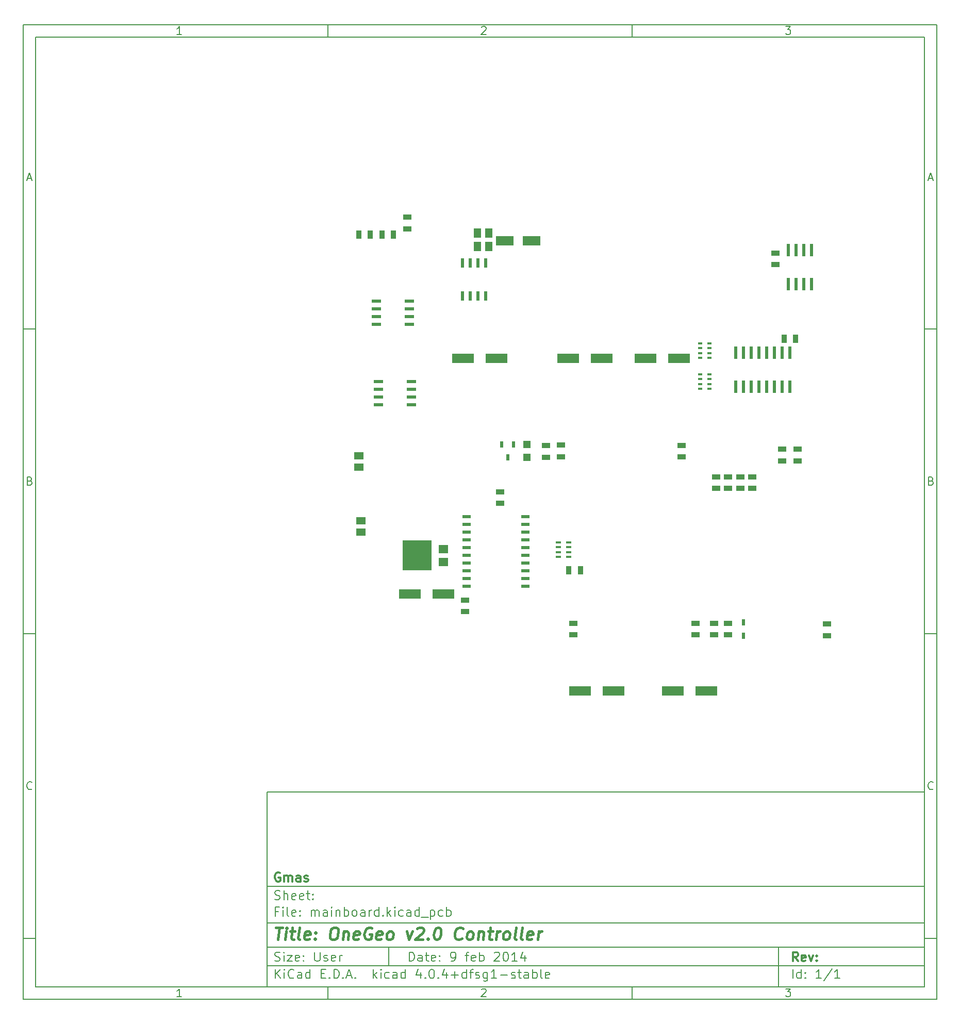
<source format=gbr>
G04 #@! TF.FileFunction,Paste,Top*
%FSLAX45Y45*%
G04 Gerber Fmt 4.5, Leading zero omitted, Abs format (unit mm)*
G04 Created by KiCad (PCBNEW 4.0.4+dfsg1-stable) date Mon Oct  9 15:36:50 2017*
%MOMM*%
%LPD*%
G01*
G04 APERTURE LIST*
%ADD10C,0.150000*%
%ADD11C,0.300000*%
%ADD12C,0.400000*%
%ADD13R,1.397000X0.889000*%
%ADD14R,0.599440X1.998980*%
%ADD15R,3.599180X1.600200*%
%ADD16R,0.889000X1.397000*%
%ADD17R,1.198880X1.198880*%
%ADD18R,1.500000X1.399540*%
%ADD19R,4.800000X4.900000*%
%ADD20R,0.599440X1.000760*%
%ADD21R,0.762000X0.431800*%
%ADD22R,1.430020X0.551180*%
%ADD23R,0.900000X0.400000*%
%ADD24R,0.600000X1.550000*%
%ADD25R,1.300480X1.498600*%
%ADD26R,1.498600X1.300480*%
%ADD27R,1.550000X0.600000*%
%ADD28R,2.999740X1.600200*%
G04 APERTURE END LIST*
D10*
X5000220Y-13600980D02*
X5000220Y-16800980D01*
X15800220Y-16800980D01*
X15800220Y-13600980D01*
X5000220Y-13600980D01*
X1000000Y-1000000D02*
X1000000Y-17000980D01*
X16000220Y-17000980D01*
X16000220Y-1000000D01*
X1000000Y-1000000D01*
X1200000Y-1200000D02*
X1200000Y-16800980D01*
X15800220Y-16800980D01*
X15800220Y-1200000D01*
X1200000Y-1200000D01*
X6000000Y-1200000D02*
X6000000Y-1000000D01*
X11000000Y-1200000D02*
X11000000Y-1000000D01*
X16000000Y-1200000D02*
X16000000Y-1000000D01*
X3599048Y-1158810D02*
X3524762Y-1158810D01*
X3561905Y-1158810D02*
X3561905Y-1028809D01*
X3549524Y-1047381D01*
X3537143Y-1059762D01*
X3524762Y-1065952D01*
X8524762Y-1041190D02*
X8530952Y-1035000D01*
X8543333Y-1028809D01*
X8574286Y-1028809D01*
X8586667Y-1035000D01*
X8592857Y-1041190D01*
X8599048Y-1053571D01*
X8599048Y-1065952D01*
X8592857Y-1084524D01*
X8518571Y-1158810D01*
X8599048Y-1158810D01*
X13518571Y-1028809D02*
X13599048Y-1028809D01*
X13555714Y-1078333D01*
X13574286Y-1078333D01*
X13586667Y-1084524D01*
X13592857Y-1090714D01*
X13599048Y-1103095D01*
X13599048Y-1134048D01*
X13592857Y-1146429D01*
X13586667Y-1152619D01*
X13574286Y-1158810D01*
X13537143Y-1158810D01*
X13524762Y-1152619D01*
X13518571Y-1146429D01*
X6000000Y-16800980D02*
X6000000Y-17000980D01*
X11000000Y-16800980D02*
X11000000Y-17000980D01*
X16000000Y-16800980D02*
X16000000Y-17000980D01*
X3599048Y-16959790D02*
X3524762Y-16959790D01*
X3561905Y-16959790D02*
X3561905Y-16829790D01*
X3549524Y-16848361D01*
X3537143Y-16860742D01*
X3524762Y-16866932D01*
X8524762Y-16842171D02*
X8530952Y-16835980D01*
X8543333Y-16829790D01*
X8574286Y-16829790D01*
X8586667Y-16835980D01*
X8592857Y-16842171D01*
X8599048Y-16854551D01*
X8599048Y-16866932D01*
X8592857Y-16885504D01*
X8518571Y-16959790D01*
X8599048Y-16959790D01*
X13518571Y-16829790D02*
X13599048Y-16829790D01*
X13555714Y-16879313D01*
X13574286Y-16879313D01*
X13586667Y-16885504D01*
X13592857Y-16891694D01*
X13599048Y-16904075D01*
X13599048Y-16935028D01*
X13592857Y-16947409D01*
X13586667Y-16953599D01*
X13574286Y-16959790D01*
X13537143Y-16959790D01*
X13524762Y-16953599D01*
X13518571Y-16947409D01*
X1000000Y-6000000D02*
X1200000Y-6000000D01*
X1000000Y-11000000D02*
X1200000Y-11000000D01*
X1000000Y-16000000D02*
X1200000Y-16000000D01*
X1069048Y-3521667D02*
X1130952Y-3521667D01*
X1056667Y-3558809D02*
X1100000Y-3428809D01*
X1143333Y-3558809D01*
X1109286Y-8490714D02*
X1127857Y-8496905D01*
X1134048Y-8503095D01*
X1140238Y-8515476D01*
X1140238Y-8534048D01*
X1134048Y-8546429D01*
X1127857Y-8552619D01*
X1115476Y-8558810D01*
X1065952Y-8558810D01*
X1065952Y-8428810D01*
X1109286Y-8428810D01*
X1121667Y-8435000D01*
X1127857Y-8441191D01*
X1134048Y-8453571D01*
X1134048Y-8465952D01*
X1127857Y-8478333D01*
X1121667Y-8484524D01*
X1109286Y-8490714D01*
X1065952Y-8490714D01*
X1140238Y-13546429D02*
X1134048Y-13552619D01*
X1115476Y-13558809D01*
X1103095Y-13558809D01*
X1084524Y-13552619D01*
X1072143Y-13540238D01*
X1065952Y-13527857D01*
X1059762Y-13503095D01*
X1059762Y-13484524D01*
X1065952Y-13459762D01*
X1072143Y-13447381D01*
X1084524Y-13435000D01*
X1103095Y-13428809D01*
X1115476Y-13428809D01*
X1134048Y-13435000D01*
X1140238Y-13441190D01*
X16000220Y-6000000D02*
X15800220Y-6000000D01*
X16000220Y-11000000D02*
X15800220Y-11000000D01*
X16000220Y-16000000D02*
X15800220Y-16000000D01*
X15869268Y-3521667D02*
X15931172Y-3521667D01*
X15856887Y-3558809D02*
X15900220Y-3428809D01*
X15943553Y-3558809D01*
X15909506Y-8490714D02*
X15928077Y-8496905D01*
X15934268Y-8503095D01*
X15940458Y-8515476D01*
X15940458Y-8534048D01*
X15934268Y-8546429D01*
X15928077Y-8552619D01*
X15915696Y-8558810D01*
X15866172Y-8558810D01*
X15866172Y-8428810D01*
X15909506Y-8428810D01*
X15921887Y-8435000D01*
X15928077Y-8441191D01*
X15934268Y-8453571D01*
X15934268Y-8465952D01*
X15928077Y-8478333D01*
X15921887Y-8484524D01*
X15909506Y-8490714D01*
X15866172Y-8490714D01*
X15940458Y-13546429D02*
X15934268Y-13552619D01*
X15915696Y-13558809D01*
X15903315Y-13558809D01*
X15884744Y-13552619D01*
X15872363Y-13540238D01*
X15866172Y-13527857D01*
X15859982Y-13503095D01*
X15859982Y-13484524D01*
X15866172Y-13459762D01*
X15872363Y-13447381D01*
X15884744Y-13435000D01*
X15903315Y-13428809D01*
X15915696Y-13428809D01*
X15934268Y-13435000D01*
X15940458Y-13441190D01*
X7335934Y-16378837D02*
X7335934Y-16228837D01*
X7371649Y-16228837D01*
X7393077Y-16235980D01*
X7407363Y-16250266D01*
X7414506Y-16264551D01*
X7421649Y-16293123D01*
X7421649Y-16314551D01*
X7414506Y-16343123D01*
X7407363Y-16357409D01*
X7393077Y-16371694D01*
X7371649Y-16378837D01*
X7335934Y-16378837D01*
X7550220Y-16378837D02*
X7550220Y-16300266D01*
X7543077Y-16285980D01*
X7528791Y-16278837D01*
X7500220Y-16278837D01*
X7485934Y-16285980D01*
X7550220Y-16371694D02*
X7535934Y-16378837D01*
X7500220Y-16378837D01*
X7485934Y-16371694D01*
X7478791Y-16357409D01*
X7478791Y-16343123D01*
X7485934Y-16328837D01*
X7500220Y-16321694D01*
X7535934Y-16321694D01*
X7550220Y-16314551D01*
X7600220Y-16278837D02*
X7657363Y-16278837D01*
X7621649Y-16228837D02*
X7621649Y-16357409D01*
X7628791Y-16371694D01*
X7643077Y-16378837D01*
X7657363Y-16378837D01*
X7764506Y-16371694D02*
X7750220Y-16378837D01*
X7721649Y-16378837D01*
X7707363Y-16371694D01*
X7700220Y-16357409D01*
X7700220Y-16300266D01*
X7707363Y-16285980D01*
X7721649Y-16278837D01*
X7750220Y-16278837D01*
X7764506Y-16285980D01*
X7771649Y-16300266D01*
X7771649Y-16314551D01*
X7700220Y-16328837D01*
X7835934Y-16364551D02*
X7843077Y-16371694D01*
X7835934Y-16378837D01*
X7828791Y-16371694D01*
X7835934Y-16364551D01*
X7835934Y-16378837D01*
X7835934Y-16285980D02*
X7843077Y-16293123D01*
X7835934Y-16300266D01*
X7828791Y-16293123D01*
X7835934Y-16285980D01*
X7835934Y-16300266D01*
X8028791Y-16378837D02*
X8057363Y-16378837D01*
X8071649Y-16371694D01*
X8078791Y-16364551D01*
X8093077Y-16343123D01*
X8100220Y-16314551D01*
X8100220Y-16257409D01*
X8093077Y-16243123D01*
X8085934Y-16235980D01*
X8071649Y-16228837D01*
X8043077Y-16228837D01*
X8028791Y-16235980D01*
X8021649Y-16243123D01*
X8014506Y-16257409D01*
X8014506Y-16293123D01*
X8021649Y-16307409D01*
X8028791Y-16314551D01*
X8043077Y-16321694D01*
X8071649Y-16321694D01*
X8085934Y-16314551D01*
X8093077Y-16307409D01*
X8100220Y-16293123D01*
X8257363Y-16278837D02*
X8314506Y-16278837D01*
X8278791Y-16378837D02*
X8278791Y-16250266D01*
X8285934Y-16235980D01*
X8300220Y-16228837D01*
X8314506Y-16228837D01*
X8421649Y-16371694D02*
X8407363Y-16378837D01*
X8378791Y-16378837D01*
X8364506Y-16371694D01*
X8357363Y-16357409D01*
X8357363Y-16300266D01*
X8364506Y-16285980D01*
X8378791Y-16278837D01*
X8407363Y-16278837D01*
X8421649Y-16285980D01*
X8428791Y-16300266D01*
X8428791Y-16314551D01*
X8357363Y-16328837D01*
X8493077Y-16378837D02*
X8493077Y-16228837D01*
X8493077Y-16285980D02*
X8507363Y-16278837D01*
X8535934Y-16278837D01*
X8550220Y-16285980D01*
X8557363Y-16293123D01*
X8564506Y-16307409D01*
X8564506Y-16350266D01*
X8557363Y-16364551D01*
X8550220Y-16371694D01*
X8535934Y-16378837D01*
X8507363Y-16378837D01*
X8493077Y-16371694D01*
X8735934Y-16243123D02*
X8743077Y-16235980D01*
X8757363Y-16228837D01*
X8793077Y-16228837D01*
X8807363Y-16235980D01*
X8814506Y-16243123D01*
X8821649Y-16257409D01*
X8821649Y-16271694D01*
X8814506Y-16293123D01*
X8728791Y-16378837D01*
X8821649Y-16378837D01*
X8914506Y-16228837D02*
X8928791Y-16228837D01*
X8943077Y-16235980D01*
X8950220Y-16243123D01*
X8957363Y-16257409D01*
X8964506Y-16285980D01*
X8964506Y-16321694D01*
X8957363Y-16350266D01*
X8950220Y-16364551D01*
X8943077Y-16371694D01*
X8928791Y-16378837D01*
X8914506Y-16378837D01*
X8900220Y-16371694D01*
X8893077Y-16364551D01*
X8885934Y-16350266D01*
X8878791Y-16321694D01*
X8878791Y-16285980D01*
X8885934Y-16257409D01*
X8893077Y-16243123D01*
X8900220Y-16235980D01*
X8914506Y-16228837D01*
X9107363Y-16378837D02*
X9021648Y-16378837D01*
X9064506Y-16378837D02*
X9064506Y-16228837D01*
X9050220Y-16250266D01*
X9035934Y-16264551D01*
X9021648Y-16271694D01*
X9235934Y-16278837D02*
X9235934Y-16378837D01*
X9200220Y-16221694D02*
X9164506Y-16328837D01*
X9257363Y-16328837D01*
X5000220Y-16450980D02*
X15800220Y-16450980D01*
X5135934Y-16658837D02*
X5135934Y-16508837D01*
X5221649Y-16658837D02*
X5157363Y-16573123D01*
X5221649Y-16508837D02*
X5135934Y-16594551D01*
X5285934Y-16658837D02*
X5285934Y-16558837D01*
X5285934Y-16508837D02*
X5278791Y-16515980D01*
X5285934Y-16523123D01*
X5293077Y-16515980D01*
X5285934Y-16508837D01*
X5285934Y-16523123D01*
X5443077Y-16644551D02*
X5435934Y-16651694D01*
X5414506Y-16658837D01*
X5400220Y-16658837D01*
X5378792Y-16651694D01*
X5364506Y-16637409D01*
X5357363Y-16623123D01*
X5350220Y-16594551D01*
X5350220Y-16573123D01*
X5357363Y-16544551D01*
X5364506Y-16530266D01*
X5378792Y-16515980D01*
X5400220Y-16508837D01*
X5414506Y-16508837D01*
X5435934Y-16515980D01*
X5443077Y-16523123D01*
X5571649Y-16658837D02*
X5571649Y-16580266D01*
X5564506Y-16565980D01*
X5550220Y-16558837D01*
X5521649Y-16558837D01*
X5507363Y-16565980D01*
X5571649Y-16651694D02*
X5557363Y-16658837D01*
X5521649Y-16658837D01*
X5507363Y-16651694D01*
X5500220Y-16637409D01*
X5500220Y-16623123D01*
X5507363Y-16608837D01*
X5521649Y-16601694D01*
X5557363Y-16601694D01*
X5571649Y-16594551D01*
X5707363Y-16658837D02*
X5707363Y-16508837D01*
X5707363Y-16651694D02*
X5693077Y-16658837D01*
X5664506Y-16658837D01*
X5650220Y-16651694D01*
X5643077Y-16644551D01*
X5635934Y-16630266D01*
X5635934Y-16587409D01*
X5643077Y-16573123D01*
X5650220Y-16565980D01*
X5664506Y-16558837D01*
X5693077Y-16558837D01*
X5707363Y-16565980D01*
X5893077Y-16580266D02*
X5943077Y-16580266D01*
X5964506Y-16658837D02*
X5893077Y-16658837D01*
X5893077Y-16508837D01*
X5964506Y-16508837D01*
X6028791Y-16644551D02*
X6035934Y-16651694D01*
X6028791Y-16658837D01*
X6021649Y-16651694D01*
X6028791Y-16644551D01*
X6028791Y-16658837D01*
X6100220Y-16658837D02*
X6100220Y-16508837D01*
X6135934Y-16508837D01*
X6157363Y-16515980D01*
X6171649Y-16530266D01*
X6178791Y-16544551D01*
X6185934Y-16573123D01*
X6185934Y-16594551D01*
X6178791Y-16623123D01*
X6171649Y-16637409D01*
X6157363Y-16651694D01*
X6135934Y-16658837D01*
X6100220Y-16658837D01*
X6250220Y-16644551D02*
X6257363Y-16651694D01*
X6250220Y-16658837D01*
X6243077Y-16651694D01*
X6250220Y-16644551D01*
X6250220Y-16658837D01*
X6314506Y-16615980D02*
X6385934Y-16615980D01*
X6300220Y-16658837D02*
X6350220Y-16508837D01*
X6400220Y-16658837D01*
X6450220Y-16644551D02*
X6457363Y-16651694D01*
X6450220Y-16658837D01*
X6443077Y-16651694D01*
X6450220Y-16644551D01*
X6450220Y-16658837D01*
X6750220Y-16658837D02*
X6750220Y-16508837D01*
X6764506Y-16601694D02*
X6807363Y-16658837D01*
X6807363Y-16558837D02*
X6750220Y-16615980D01*
X6871649Y-16658837D02*
X6871649Y-16558837D01*
X6871649Y-16508837D02*
X6864506Y-16515980D01*
X6871649Y-16523123D01*
X6878791Y-16515980D01*
X6871649Y-16508837D01*
X6871649Y-16523123D01*
X7007363Y-16651694D02*
X6993077Y-16658837D01*
X6964506Y-16658837D01*
X6950220Y-16651694D01*
X6943077Y-16644551D01*
X6935934Y-16630266D01*
X6935934Y-16587409D01*
X6943077Y-16573123D01*
X6950220Y-16565980D01*
X6964506Y-16558837D01*
X6993077Y-16558837D01*
X7007363Y-16565980D01*
X7135934Y-16658837D02*
X7135934Y-16580266D01*
X7128791Y-16565980D01*
X7114506Y-16558837D01*
X7085934Y-16558837D01*
X7071649Y-16565980D01*
X7135934Y-16651694D02*
X7121649Y-16658837D01*
X7085934Y-16658837D01*
X7071649Y-16651694D01*
X7064506Y-16637409D01*
X7064506Y-16623123D01*
X7071649Y-16608837D01*
X7085934Y-16601694D01*
X7121649Y-16601694D01*
X7135934Y-16594551D01*
X7271649Y-16658837D02*
X7271649Y-16508837D01*
X7271649Y-16651694D02*
X7257363Y-16658837D01*
X7228792Y-16658837D01*
X7214506Y-16651694D01*
X7207363Y-16644551D01*
X7200220Y-16630266D01*
X7200220Y-16587409D01*
X7207363Y-16573123D01*
X7214506Y-16565980D01*
X7228792Y-16558837D01*
X7257363Y-16558837D01*
X7271649Y-16565980D01*
X7521649Y-16558837D02*
X7521649Y-16658837D01*
X7485934Y-16501694D02*
X7450220Y-16608837D01*
X7543077Y-16608837D01*
X7600220Y-16644551D02*
X7607363Y-16651694D01*
X7600220Y-16658837D01*
X7593077Y-16651694D01*
X7600220Y-16644551D01*
X7600220Y-16658837D01*
X7700220Y-16508837D02*
X7714506Y-16508837D01*
X7728791Y-16515980D01*
X7735934Y-16523123D01*
X7743077Y-16537409D01*
X7750220Y-16565980D01*
X7750220Y-16601694D01*
X7743077Y-16630266D01*
X7735934Y-16644551D01*
X7728791Y-16651694D01*
X7714506Y-16658837D01*
X7700220Y-16658837D01*
X7685934Y-16651694D01*
X7678791Y-16644551D01*
X7671649Y-16630266D01*
X7664506Y-16601694D01*
X7664506Y-16565980D01*
X7671649Y-16537409D01*
X7678791Y-16523123D01*
X7685934Y-16515980D01*
X7700220Y-16508837D01*
X7814506Y-16644551D02*
X7821649Y-16651694D01*
X7814506Y-16658837D01*
X7807363Y-16651694D01*
X7814506Y-16644551D01*
X7814506Y-16658837D01*
X7950220Y-16558837D02*
X7950220Y-16658837D01*
X7914506Y-16501694D02*
X7878791Y-16608837D01*
X7971649Y-16608837D01*
X8028791Y-16601694D02*
X8143077Y-16601694D01*
X8085934Y-16658837D02*
X8085934Y-16544551D01*
X8278791Y-16658837D02*
X8278791Y-16508837D01*
X8278791Y-16651694D02*
X8264506Y-16658837D01*
X8235934Y-16658837D01*
X8221649Y-16651694D01*
X8214506Y-16644551D01*
X8207363Y-16630266D01*
X8207363Y-16587409D01*
X8214506Y-16573123D01*
X8221649Y-16565980D01*
X8235934Y-16558837D01*
X8264506Y-16558837D01*
X8278791Y-16565980D01*
X8328791Y-16558837D02*
X8385934Y-16558837D01*
X8350220Y-16658837D02*
X8350220Y-16530266D01*
X8357363Y-16515980D01*
X8371649Y-16508837D01*
X8385934Y-16508837D01*
X8428792Y-16651694D02*
X8443077Y-16658837D01*
X8471649Y-16658837D01*
X8485934Y-16651694D01*
X8493077Y-16637409D01*
X8493077Y-16630266D01*
X8485934Y-16615980D01*
X8471649Y-16608837D01*
X8450220Y-16608837D01*
X8435934Y-16601694D01*
X8428792Y-16587409D01*
X8428792Y-16580266D01*
X8435934Y-16565980D01*
X8450220Y-16558837D01*
X8471649Y-16558837D01*
X8485934Y-16565980D01*
X8621649Y-16558837D02*
X8621649Y-16680266D01*
X8614506Y-16694551D01*
X8607363Y-16701694D01*
X8593077Y-16708837D01*
X8571649Y-16708837D01*
X8557363Y-16701694D01*
X8621649Y-16651694D02*
X8607363Y-16658837D01*
X8578792Y-16658837D01*
X8564506Y-16651694D01*
X8557363Y-16644551D01*
X8550220Y-16630266D01*
X8550220Y-16587409D01*
X8557363Y-16573123D01*
X8564506Y-16565980D01*
X8578792Y-16558837D01*
X8607363Y-16558837D01*
X8621649Y-16565980D01*
X8771649Y-16658837D02*
X8685934Y-16658837D01*
X8728792Y-16658837D02*
X8728792Y-16508837D01*
X8714506Y-16530266D01*
X8700220Y-16544551D01*
X8685934Y-16551694D01*
X8835934Y-16601694D02*
X8950220Y-16601694D01*
X9014506Y-16651694D02*
X9028792Y-16658837D01*
X9057363Y-16658837D01*
X9071649Y-16651694D01*
X9078792Y-16637409D01*
X9078792Y-16630266D01*
X9071649Y-16615980D01*
X9057363Y-16608837D01*
X9035934Y-16608837D01*
X9021649Y-16601694D01*
X9014506Y-16587409D01*
X9014506Y-16580266D01*
X9021649Y-16565980D01*
X9035934Y-16558837D01*
X9057363Y-16558837D01*
X9071649Y-16565980D01*
X9121649Y-16558837D02*
X9178792Y-16558837D01*
X9143077Y-16508837D02*
X9143077Y-16637409D01*
X9150220Y-16651694D01*
X9164506Y-16658837D01*
X9178792Y-16658837D01*
X9293077Y-16658837D02*
X9293077Y-16580266D01*
X9285934Y-16565980D01*
X9271649Y-16558837D01*
X9243077Y-16558837D01*
X9228792Y-16565980D01*
X9293077Y-16651694D02*
X9278792Y-16658837D01*
X9243077Y-16658837D01*
X9228792Y-16651694D01*
X9221649Y-16637409D01*
X9221649Y-16623123D01*
X9228792Y-16608837D01*
X9243077Y-16601694D01*
X9278792Y-16601694D01*
X9293077Y-16594551D01*
X9364506Y-16658837D02*
X9364506Y-16508837D01*
X9364506Y-16565980D02*
X9378792Y-16558837D01*
X9407363Y-16558837D01*
X9421649Y-16565980D01*
X9428792Y-16573123D01*
X9435935Y-16587409D01*
X9435935Y-16630266D01*
X9428792Y-16644551D01*
X9421649Y-16651694D01*
X9407363Y-16658837D01*
X9378792Y-16658837D01*
X9364506Y-16651694D01*
X9521649Y-16658837D02*
X9507363Y-16651694D01*
X9500220Y-16637409D01*
X9500220Y-16508837D01*
X9635934Y-16651694D02*
X9621649Y-16658837D01*
X9593077Y-16658837D01*
X9578792Y-16651694D01*
X9571649Y-16637409D01*
X9571649Y-16580266D01*
X9578792Y-16565980D01*
X9593077Y-16558837D01*
X9621649Y-16558837D01*
X9635934Y-16565980D01*
X9643077Y-16580266D01*
X9643077Y-16594551D01*
X9571649Y-16608837D01*
X5000220Y-16150980D02*
X15800220Y-16150980D01*
D11*
X13721649Y-16378837D02*
X13671649Y-16307409D01*
X13635934Y-16378837D02*
X13635934Y-16228837D01*
X13693077Y-16228837D01*
X13707363Y-16235980D01*
X13714506Y-16243123D01*
X13721649Y-16257409D01*
X13721649Y-16278837D01*
X13714506Y-16293123D01*
X13707363Y-16300266D01*
X13693077Y-16307409D01*
X13635934Y-16307409D01*
X13843077Y-16371694D02*
X13828791Y-16378837D01*
X13800220Y-16378837D01*
X13785934Y-16371694D01*
X13778791Y-16357409D01*
X13778791Y-16300266D01*
X13785934Y-16285980D01*
X13800220Y-16278837D01*
X13828791Y-16278837D01*
X13843077Y-16285980D01*
X13850220Y-16300266D01*
X13850220Y-16314551D01*
X13778791Y-16328837D01*
X13900220Y-16278837D02*
X13935934Y-16378837D01*
X13971648Y-16278837D01*
X14028791Y-16364551D02*
X14035934Y-16371694D01*
X14028791Y-16378837D01*
X14021648Y-16371694D01*
X14028791Y-16364551D01*
X14028791Y-16378837D01*
X14028791Y-16285980D02*
X14035934Y-16293123D01*
X14028791Y-16300266D01*
X14021648Y-16293123D01*
X14028791Y-16285980D01*
X14028791Y-16300266D01*
D10*
X5128791Y-16371694D02*
X5150220Y-16378837D01*
X5185934Y-16378837D01*
X5200220Y-16371694D01*
X5207363Y-16364551D01*
X5214506Y-16350266D01*
X5214506Y-16335980D01*
X5207363Y-16321694D01*
X5200220Y-16314551D01*
X5185934Y-16307409D01*
X5157363Y-16300266D01*
X5143077Y-16293123D01*
X5135934Y-16285980D01*
X5128791Y-16271694D01*
X5128791Y-16257409D01*
X5135934Y-16243123D01*
X5143077Y-16235980D01*
X5157363Y-16228837D01*
X5193077Y-16228837D01*
X5214506Y-16235980D01*
X5278791Y-16378837D02*
X5278791Y-16278837D01*
X5278791Y-16228837D02*
X5271649Y-16235980D01*
X5278791Y-16243123D01*
X5285934Y-16235980D01*
X5278791Y-16228837D01*
X5278791Y-16243123D01*
X5335934Y-16278837D02*
X5414506Y-16278837D01*
X5335934Y-16378837D01*
X5414506Y-16378837D01*
X5528791Y-16371694D02*
X5514506Y-16378837D01*
X5485934Y-16378837D01*
X5471649Y-16371694D01*
X5464506Y-16357409D01*
X5464506Y-16300266D01*
X5471649Y-16285980D01*
X5485934Y-16278837D01*
X5514506Y-16278837D01*
X5528791Y-16285980D01*
X5535934Y-16300266D01*
X5535934Y-16314551D01*
X5464506Y-16328837D01*
X5600220Y-16364551D02*
X5607363Y-16371694D01*
X5600220Y-16378837D01*
X5593077Y-16371694D01*
X5600220Y-16364551D01*
X5600220Y-16378837D01*
X5600220Y-16285980D02*
X5607363Y-16293123D01*
X5600220Y-16300266D01*
X5593077Y-16293123D01*
X5600220Y-16285980D01*
X5600220Y-16300266D01*
X5785934Y-16228837D02*
X5785934Y-16350266D01*
X5793077Y-16364551D01*
X5800220Y-16371694D01*
X5814506Y-16378837D01*
X5843077Y-16378837D01*
X5857363Y-16371694D01*
X5864506Y-16364551D01*
X5871649Y-16350266D01*
X5871649Y-16228837D01*
X5935934Y-16371694D02*
X5950220Y-16378837D01*
X5978791Y-16378837D01*
X5993077Y-16371694D01*
X6000220Y-16357409D01*
X6000220Y-16350266D01*
X5993077Y-16335980D01*
X5978791Y-16328837D01*
X5957363Y-16328837D01*
X5943077Y-16321694D01*
X5935934Y-16307409D01*
X5935934Y-16300266D01*
X5943077Y-16285980D01*
X5957363Y-16278837D01*
X5978791Y-16278837D01*
X5993077Y-16285980D01*
X6121649Y-16371694D02*
X6107363Y-16378837D01*
X6078791Y-16378837D01*
X6064506Y-16371694D01*
X6057363Y-16357409D01*
X6057363Y-16300266D01*
X6064506Y-16285980D01*
X6078791Y-16278837D01*
X6107363Y-16278837D01*
X6121649Y-16285980D01*
X6128791Y-16300266D01*
X6128791Y-16314551D01*
X6057363Y-16328837D01*
X6193077Y-16378837D02*
X6193077Y-16278837D01*
X6193077Y-16307409D02*
X6200220Y-16293123D01*
X6207363Y-16285980D01*
X6221649Y-16278837D01*
X6235934Y-16278837D01*
X13635934Y-16658837D02*
X13635934Y-16508837D01*
X13771649Y-16658837D02*
X13771649Y-16508837D01*
X13771649Y-16651694D02*
X13757363Y-16658837D01*
X13728791Y-16658837D01*
X13714506Y-16651694D01*
X13707363Y-16644551D01*
X13700220Y-16630266D01*
X13700220Y-16587409D01*
X13707363Y-16573123D01*
X13714506Y-16565980D01*
X13728791Y-16558837D01*
X13757363Y-16558837D01*
X13771649Y-16565980D01*
X13843077Y-16644551D02*
X13850220Y-16651694D01*
X13843077Y-16658837D01*
X13835934Y-16651694D01*
X13843077Y-16644551D01*
X13843077Y-16658837D01*
X13843077Y-16565980D02*
X13850220Y-16573123D01*
X13843077Y-16580266D01*
X13835934Y-16573123D01*
X13843077Y-16565980D01*
X13843077Y-16580266D01*
X14107363Y-16658837D02*
X14021649Y-16658837D01*
X14064506Y-16658837D02*
X14064506Y-16508837D01*
X14050220Y-16530266D01*
X14035934Y-16544551D01*
X14021649Y-16551694D01*
X14278791Y-16501694D02*
X14150220Y-16694551D01*
X14407363Y-16658837D02*
X14321649Y-16658837D01*
X14364506Y-16658837D02*
X14364506Y-16508837D01*
X14350220Y-16530266D01*
X14335934Y-16544551D01*
X14321649Y-16551694D01*
X5000220Y-15750980D02*
X15800220Y-15750980D01*
D12*
X5145458Y-15821456D02*
X5259744Y-15821456D01*
X5177601Y-16021456D02*
X5202601Y-15821456D01*
X5301411Y-16021456D02*
X5318077Y-15888123D01*
X5326411Y-15821456D02*
X5315696Y-15830980D01*
X5324030Y-15840504D01*
X5334744Y-15830980D01*
X5326411Y-15821456D01*
X5324030Y-15840504D01*
X5384744Y-15888123D02*
X5460934Y-15888123D01*
X5421649Y-15821456D02*
X5400220Y-15992885D01*
X5407363Y-16011932D01*
X5425220Y-16021456D01*
X5444268Y-16021456D01*
X5539506Y-16021456D02*
X5521649Y-16011932D01*
X5514506Y-15992885D01*
X5535934Y-15821456D01*
X5693077Y-16011932D02*
X5672839Y-16021456D01*
X5634744Y-16021456D01*
X5616887Y-16011932D01*
X5609744Y-15992885D01*
X5619268Y-15916694D01*
X5631172Y-15897647D01*
X5651410Y-15888123D01*
X5689506Y-15888123D01*
X5707363Y-15897647D01*
X5714506Y-15916694D01*
X5712125Y-15935742D01*
X5614506Y-15954789D01*
X5789506Y-16002409D02*
X5797839Y-16011932D01*
X5787125Y-16021456D01*
X5778791Y-16011932D01*
X5789506Y-16002409D01*
X5787125Y-16021456D01*
X5802601Y-15897647D02*
X5810934Y-15907170D01*
X5800220Y-15916694D01*
X5791887Y-15907170D01*
X5802601Y-15897647D01*
X5800220Y-15916694D01*
X6097839Y-15821456D02*
X6135934Y-15821456D01*
X6153791Y-15830980D01*
X6170458Y-15850028D01*
X6175220Y-15888123D01*
X6166887Y-15954789D01*
X6152601Y-15992885D01*
X6131172Y-16011932D01*
X6110934Y-16021456D01*
X6072839Y-16021456D01*
X6054982Y-16011932D01*
X6038315Y-15992885D01*
X6033553Y-15954789D01*
X6041887Y-15888123D01*
X6056172Y-15850028D01*
X6077601Y-15830980D01*
X6097839Y-15821456D01*
X6260934Y-15888123D02*
X6244268Y-16021456D01*
X6258553Y-15907170D02*
X6269268Y-15897647D01*
X6289506Y-15888123D01*
X6318077Y-15888123D01*
X6335934Y-15897647D01*
X6343077Y-15916694D01*
X6329982Y-16021456D01*
X6502601Y-16011932D02*
X6482363Y-16021456D01*
X6444268Y-16021456D01*
X6426411Y-16011932D01*
X6419268Y-15992885D01*
X6428791Y-15916694D01*
X6440696Y-15897647D01*
X6460934Y-15888123D01*
X6499030Y-15888123D01*
X6516887Y-15897647D01*
X6524030Y-15916694D01*
X6521649Y-15935742D01*
X6424030Y-15954789D01*
X6725220Y-15830980D02*
X6707363Y-15821456D01*
X6678792Y-15821456D01*
X6649030Y-15830980D01*
X6627601Y-15850028D01*
X6615696Y-15869075D01*
X6601411Y-15907170D01*
X6597839Y-15935742D01*
X6602601Y-15973837D01*
X6609744Y-15992885D01*
X6626411Y-16011932D01*
X6653792Y-16021456D01*
X6672839Y-16021456D01*
X6702601Y-16011932D01*
X6713315Y-16002409D01*
X6721649Y-15935742D01*
X6683553Y-15935742D01*
X6874030Y-16011932D02*
X6853792Y-16021456D01*
X6815696Y-16021456D01*
X6797839Y-16011932D01*
X6790696Y-15992885D01*
X6800220Y-15916694D01*
X6812125Y-15897647D01*
X6832363Y-15888123D01*
X6870458Y-15888123D01*
X6888315Y-15897647D01*
X6895458Y-15916694D01*
X6893077Y-15935742D01*
X6795458Y-15954789D01*
X6996649Y-16021456D02*
X6978792Y-16011932D01*
X6970458Y-16002409D01*
X6963315Y-15983361D01*
X6970458Y-15926218D01*
X6982363Y-15907170D01*
X6993077Y-15897647D01*
X7013315Y-15888123D01*
X7041887Y-15888123D01*
X7059744Y-15897647D01*
X7068077Y-15907170D01*
X7075220Y-15926218D01*
X7068077Y-15983361D01*
X7056172Y-16002409D01*
X7045458Y-16011932D01*
X7025220Y-16021456D01*
X6996649Y-16021456D01*
X7299030Y-15888123D02*
X7329982Y-16021456D01*
X7394268Y-15888123D01*
X7466887Y-15840504D02*
X7477601Y-15830980D01*
X7497839Y-15821456D01*
X7545458Y-15821456D01*
X7563315Y-15830980D01*
X7571649Y-15840504D01*
X7578792Y-15859551D01*
X7576411Y-15878599D01*
X7563315Y-15907170D01*
X7434744Y-16021456D01*
X7558554Y-16021456D01*
X7646649Y-16002409D02*
X7654982Y-16011932D01*
X7644268Y-16021456D01*
X7635935Y-16011932D01*
X7646649Y-16002409D01*
X7644268Y-16021456D01*
X7802601Y-15821456D02*
X7821649Y-15821456D01*
X7839506Y-15830980D01*
X7847839Y-15840504D01*
X7854982Y-15859551D01*
X7859744Y-15897647D01*
X7853792Y-15945266D01*
X7839506Y-15983361D01*
X7827601Y-16002409D01*
X7816887Y-16011932D01*
X7796649Y-16021456D01*
X7777601Y-16021456D01*
X7759744Y-16011932D01*
X7751411Y-16002409D01*
X7744268Y-15983361D01*
X7739506Y-15945266D01*
X7745458Y-15897647D01*
X7759744Y-15859551D01*
X7771649Y-15840504D01*
X7782363Y-15830980D01*
X7802601Y-15821456D01*
X8199030Y-16002409D02*
X8188316Y-16011932D01*
X8158554Y-16021456D01*
X8139506Y-16021456D01*
X8112125Y-16011932D01*
X8095458Y-15992885D01*
X8088316Y-15973837D01*
X8083554Y-15935742D01*
X8087125Y-15907170D01*
X8101411Y-15869075D01*
X8113316Y-15850028D01*
X8134744Y-15830980D01*
X8164506Y-15821456D01*
X8183554Y-15821456D01*
X8210935Y-15830980D01*
X8219268Y-15840504D01*
X8310935Y-16021456D02*
X8293078Y-16011932D01*
X8284744Y-16002409D01*
X8277601Y-15983361D01*
X8284744Y-15926218D01*
X8296649Y-15907170D01*
X8307363Y-15897647D01*
X8327601Y-15888123D01*
X8356173Y-15888123D01*
X8374030Y-15897647D01*
X8382363Y-15907170D01*
X8389506Y-15926218D01*
X8382363Y-15983361D01*
X8370458Y-16002409D01*
X8359744Y-16011932D01*
X8339506Y-16021456D01*
X8310935Y-16021456D01*
X8479982Y-15888123D02*
X8463316Y-16021456D01*
X8477601Y-15907170D02*
X8488316Y-15897647D01*
X8508554Y-15888123D01*
X8537125Y-15888123D01*
X8554982Y-15897647D01*
X8562125Y-15916694D01*
X8549030Y-16021456D01*
X8632363Y-15888123D02*
X8708554Y-15888123D01*
X8669268Y-15821456D02*
X8647839Y-15992885D01*
X8654982Y-16011932D01*
X8672840Y-16021456D01*
X8691887Y-16021456D01*
X8758554Y-16021456D02*
X8775220Y-15888123D01*
X8770458Y-15926218D02*
X8782363Y-15907170D01*
X8793078Y-15897647D01*
X8813316Y-15888123D01*
X8832363Y-15888123D01*
X8910935Y-16021456D02*
X8893078Y-16011932D01*
X8884744Y-16002409D01*
X8877601Y-15983361D01*
X8884744Y-15926218D01*
X8896649Y-15907170D01*
X8907363Y-15897647D01*
X8927601Y-15888123D01*
X8956173Y-15888123D01*
X8974030Y-15897647D01*
X8982363Y-15907170D01*
X8989506Y-15926218D01*
X8982363Y-15983361D01*
X8970458Y-16002409D01*
X8959744Y-16011932D01*
X8939506Y-16021456D01*
X8910935Y-16021456D01*
X9091887Y-16021456D02*
X9074030Y-16011932D01*
X9066887Y-15992885D01*
X9088316Y-15821456D01*
X9196649Y-16021456D02*
X9178792Y-16011932D01*
X9171649Y-15992885D01*
X9193078Y-15821456D01*
X9350220Y-16011932D02*
X9329982Y-16021456D01*
X9291887Y-16021456D01*
X9274030Y-16011932D01*
X9266887Y-15992885D01*
X9276411Y-15916694D01*
X9288316Y-15897647D01*
X9308554Y-15888123D01*
X9346649Y-15888123D01*
X9364506Y-15897647D01*
X9371649Y-15916694D01*
X9369268Y-15935742D01*
X9271649Y-15954789D01*
X9444268Y-16021456D02*
X9460935Y-15888123D01*
X9456173Y-15926218D02*
X9468078Y-15907170D01*
X9478792Y-15897647D01*
X9499030Y-15888123D01*
X9518078Y-15888123D01*
D10*
X5185934Y-15560266D02*
X5135934Y-15560266D01*
X5135934Y-15638837D02*
X5135934Y-15488837D01*
X5207363Y-15488837D01*
X5264506Y-15638837D02*
X5264506Y-15538837D01*
X5264506Y-15488837D02*
X5257363Y-15495980D01*
X5264506Y-15503123D01*
X5271649Y-15495980D01*
X5264506Y-15488837D01*
X5264506Y-15503123D01*
X5357363Y-15638837D02*
X5343077Y-15631694D01*
X5335934Y-15617409D01*
X5335934Y-15488837D01*
X5471649Y-15631694D02*
X5457363Y-15638837D01*
X5428791Y-15638837D01*
X5414506Y-15631694D01*
X5407363Y-15617409D01*
X5407363Y-15560266D01*
X5414506Y-15545980D01*
X5428791Y-15538837D01*
X5457363Y-15538837D01*
X5471649Y-15545980D01*
X5478791Y-15560266D01*
X5478791Y-15574551D01*
X5407363Y-15588837D01*
X5543077Y-15624551D02*
X5550220Y-15631694D01*
X5543077Y-15638837D01*
X5535934Y-15631694D01*
X5543077Y-15624551D01*
X5543077Y-15638837D01*
X5543077Y-15545980D02*
X5550220Y-15553123D01*
X5543077Y-15560266D01*
X5535934Y-15553123D01*
X5543077Y-15545980D01*
X5543077Y-15560266D01*
X5728791Y-15638837D02*
X5728791Y-15538837D01*
X5728791Y-15553123D02*
X5735934Y-15545980D01*
X5750220Y-15538837D01*
X5771648Y-15538837D01*
X5785934Y-15545980D01*
X5793077Y-15560266D01*
X5793077Y-15638837D01*
X5793077Y-15560266D02*
X5800220Y-15545980D01*
X5814506Y-15538837D01*
X5835934Y-15538837D01*
X5850220Y-15545980D01*
X5857363Y-15560266D01*
X5857363Y-15638837D01*
X5993077Y-15638837D02*
X5993077Y-15560266D01*
X5985934Y-15545980D01*
X5971648Y-15538837D01*
X5943077Y-15538837D01*
X5928791Y-15545980D01*
X5993077Y-15631694D02*
X5978791Y-15638837D01*
X5943077Y-15638837D01*
X5928791Y-15631694D01*
X5921648Y-15617409D01*
X5921648Y-15603123D01*
X5928791Y-15588837D01*
X5943077Y-15581694D01*
X5978791Y-15581694D01*
X5993077Y-15574551D01*
X6064506Y-15638837D02*
X6064506Y-15538837D01*
X6064506Y-15488837D02*
X6057363Y-15495980D01*
X6064506Y-15503123D01*
X6071648Y-15495980D01*
X6064506Y-15488837D01*
X6064506Y-15503123D01*
X6135934Y-15538837D02*
X6135934Y-15638837D01*
X6135934Y-15553123D02*
X6143077Y-15545980D01*
X6157363Y-15538837D01*
X6178791Y-15538837D01*
X6193077Y-15545980D01*
X6200220Y-15560266D01*
X6200220Y-15638837D01*
X6271649Y-15638837D02*
X6271649Y-15488837D01*
X6271649Y-15545980D02*
X6285934Y-15538837D01*
X6314506Y-15538837D01*
X6328791Y-15545980D01*
X6335934Y-15553123D01*
X6343077Y-15567409D01*
X6343077Y-15610266D01*
X6335934Y-15624551D01*
X6328791Y-15631694D01*
X6314506Y-15638837D01*
X6285934Y-15638837D01*
X6271649Y-15631694D01*
X6428791Y-15638837D02*
X6414506Y-15631694D01*
X6407363Y-15624551D01*
X6400220Y-15610266D01*
X6400220Y-15567409D01*
X6407363Y-15553123D01*
X6414506Y-15545980D01*
X6428791Y-15538837D01*
X6450220Y-15538837D01*
X6464506Y-15545980D01*
X6471649Y-15553123D01*
X6478791Y-15567409D01*
X6478791Y-15610266D01*
X6471649Y-15624551D01*
X6464506Y-15631694D01*
X6450220Y-15638837D01*
X6428791Y-15638837D01*
X6607363Y-15638837D02*
X6607363Y-15560266D01*
X6600220Y-15545980D01*
X6585934Y-15538837D01*
X6557363Y-15538837D01*
X6543077Y-15545980D01*
X6607363Y-15631694D02*
X6593077Y-15638837D01*
X6557363Y-15638837D01*
X6543077Y-15631694D01*
X6535934Y-15617409D01*
X6535934Y-15603123D01*
X6543077Y-15588837D01*
X6557363Y-15581694D01*
X6593077Y-15581694D01*
X6607363Y-15574551D01*
X6678791Y-15638837D02*
X6678791Y-15538837D01*
X6678791Y-15567409D02*
X6685934Y-15553123D01*
X6693077Y-15545980D01*
X6707363Y-15538837D01*
X6721649Y-15538837D01*
X6835934Y-15638837D02*
X6835934Y-15488837D01*
X6835934Y-15631694D02*
X6821649Y-15638837D01*
X6793077Y-15638837D01*
X6778791Y-15631694D01*
X6771649Y-15624551D01*
X6764506Y-15610266D01*
X6764506Y-15567409D01*
X6771649Y-15553123D01*
X6778791Y-15545980D01*
X6793077Y-15538837D01*
X6821649Y-15538837D01*
X6835934Y-15545980D01*
X6907363Y-15624551D02*
X6914506Y-15631694D01*
X6907363Y-15638837D01*
X6900220Y-15631694D01*
X6907363Y-15624551D01*
X6907363Y-15638837D01*
X6978791Y-15638837D02*
X6978791Y-15488837D01*
X6993077Y-15581694D02*
X7035934Y-15638837D01*
X7035934Y-15538837D02*
X6978791Y-15595980D01*
X7100220Y-15638837D02*
X7100220Y-15538837D01*
X7100220Y-15488837D02*
X7093077Y-15495980D01*
X7100220Y-15503123D01*
X7107363Y-15495980D01*
X7100220Y-15488837D01*
X7100220Y-15503123D01*
X7235934Y-15631694D02*
X7221649Y-15638837D01*
X7193077Y-15638837D01*
X7178791Y-15631694D01*
X7171649Y-15624551D01*
X7164506Y-15610266D01*
X7164506Y-15567409D01*
X7171649Y-15553123D01*
X7178791Y-15545980D01*
X7193077Y-15538837D01*
X7221649Y-15538837D01*
X7235934Y-15545980D01*
X7364506Y-15638837D02*
X7364506Y-15560266D01*
X7357363Y-15545980D01*
X7343077Y-15538837D01*
X7314506Y-15538837D01*
X7300220Y-15545980D01*
X7364506Y-15631694D02*
X7350220Y-15638837D01*
X7314506Y-15638837D01*
X7300220Y-15631694D01*
X7293077Y-15617409D01*
X7293077Y-15603123D01*
X7300220Y-15588837D01*
X7314506Y-15581694D01*
X7350220Y-15581694D01*
X7364506Y-15574551D01*
X7500220Y-15638837D02*
X7500220Y-15488837D01*
X7500220Y-15631694D02*
X7485934Y-15638837D01*
X7457363Y-15638837D01*
X7443077Y-15631694D01*
X7435934Y-15624551D01*
X7428791Y-15610266D01*
X7428791Y-15567409D01*
X7435934Y-15553123D01*
X7443077Y-15545980D01*
X7457363Y-15538837D01*
X7485934Y-15538837D01*
X7500220Y-15545980D01*
X7535934Y-15653123D02*
X7650220Y-15653123D01*
X7685934Y-15538837D02*
X7685934Y-15688837D01*
X7685934Y-15545980D02*
X7700220Y-15538837D01*
X7728791Y-15538837D01*
X7743077Y-15545980D01*
X7750220Y-15553123D01*
X7757363Y-15567409D01*
X7757363Y-15610266D01*
X7750220Y-15624551D01*
X7743077Y-15631694D01*
X7728791Y-15638837D01*
X7700220Y-15638837D01*
X7685934Y-15631694D01*
X7885934Y-15631694D02*
X7871649Y-15638837D01*
X7843077Y-15638837D01*
X7828791Y-15631694D01*
X7821649Y-15624551D01*
X7814506Y-15610266D01*
X7814506Y-15567409D01*
X7821649Y-15553123D01*
X7828791Y-15545980D01*
X7843077Y-15538837D01*
X7871649Y-15538837D01*
X7885934Y-15545980D01*
X7950220Y-15638837D02*
X7950220Y-15488837D01*
X7950220Y-15545980D02*
X7964506Y-15538837D01*
X7993077Y-15538837D01*
X8007363Y-15545980D01*
X8014506Y-15553123D01*
X8021649Y-15567409D01*
X8021649Y-15610266D01*
X8014506Y-15624551D01*
X8007363Y-15631694D01*
X7993077Y-15638837D01*
X7964506Y-15638837D01*
X7950220Y-15631694D01*
X5000220Y-15150980D02*
X15800220Y-15150980D01*
X5128791Y-15361694D02*
X5150220Y-15368837D01*
X5185934Y-15368837D01*
X5200220Y-15361694D01*
X5207363Y-15354551D01*
X5214506Y-15340266D01*
X5214506Y-15325980D01*
X5207363Y-15311694D01*
X5200220Y-15304551D01*
X5185934Y-15297409D01*
X5157363Y-15290266D01*
X5143077Y-15283123D01*
X5135934Y-15275980D01*
X5128791Y-15261694D01*
X5128791Y-15247409D01*
X5135934Y-15233123D01*
X5143077Y-15225980D01*
X5157363Y-15218837D01*
X5193077Y-15218837D01*
X5214506Y-15225980D01*
X5278791Y-15368837D02*
X5278791Y-15218837D01*
X5343077Y-15368837D02*
X5343077Y-15290266D01*
X5335934Y-15275980D01*
X5321649Y-15268837D01*
X5300220Y-15268837D01*
X5285934Y-15275980D01*
X5278791Y-15283123D01*
X5471649Y-15361694D02*
X5457363Y-15368837D01*
X5428791Y-15368837D01*
X5414506Y-15361694D01*
X5407363Y-15347409D01*
X5407363Y-15290266D01*
X5414506Y-15275980D01*
X5428791Y-15268837D01*
X5457363Y-15268837D01*
X5471649Y-15275980D01*
X5478791Y-15290266D01*
X5478791Y-15304551D01*
X5407363Y-15318837D01*
X5600220Y-15361694D02*
X5585934Y-15368837D01*
X5557363Y-15368837D01*
X5543077Y-15361694D01*
X5535934Y-15347409D01*
X5535934Y-15290266D01*
X5543077Y-15275980D01*
X5557363Y-15268837D01*
X5585934Y-15268837D01*
X5600220Y-15275980D01*
X5607363Y-15290266D01*
X5607363Y-15304551D01*
X5535934Y-15318837D01*
X5650220Y-15268837D02*
X5707363Y-15268837D01*
X5671648Y-15218837D02*
X5671648Y-15347409D01*
X5678791Y-15361694D01*
X5693077Y-15368837D01*
X5707363Y-15368837D01*
X5757363Y-15354551D02*
X5764506Y-15361694D01*
X5757363Y-15368837D01*
X5750220Y-15361694D01*
X5757363Y-15354551D01*
X5757363Y-15368837D01*
X5757363Y-15275980D02*
X5764506Y-15283123D01*
X5757363Y-15290266D01*
X5750220Y-15283123D01*
X5757363Y-15275980D01*
X5757363Y-15290266D01*
D11*
X5214506Y-14925980D02*
X5200220Y-14918837D01*
X5178791Y-14918837D01*
X5157363Y-14925980D01*
X5143077Y-14940266D01*
X5135934Y-14954551D01*
X5128791Y-14983123D01*
X5128791Y-15004551D01*
X5135934Y-15033123D01*
X5143077Y-15047409D01*
X5157363Y-15061694D01*
X5178791Y-15068837D01*
X5193077Y-15068837D01*
X5214506Y-15061694D01*
X5221649Y-15054551D01*
X5221649Y-15004551D01*
X5193077Y-15004551D01*
X5285934Y-15068837D02*
X5285934Y-14968837D01*
X5285934Y-14983123D02*
X5293077Y-14975980D01*
X5307363Y-14968837D01*
X5328791Y-14968837D01*
X5343077Y-14975980D01*
X5350220Y-14990266D01*
X5350220Y-15068837D01*
X5350220Y-14990266D02*
X5357363Y-14975980D01*
X5371649Y-14968837D01*
X5393077Y-14968837D01*
X5407363Y-14975980D01*
X5414506Y-14990266D01*
X5414506Y-15068837D01*
X5550220Y-15068837D02*
X5550220Y-14990266D01*
X5543077Y-14975980D01*
X5528791Y-14968837D01*
X5500220Y-14968837D01*
X5485934Y-14975980D01*
X5550220Y-15061694D02*
X5535934Y-15068837D01*
X5500220Y-15068837D01*
X5485934Y-15061694D01*
X5478791Y-15047409D01*
X5478791Y-15033123D01*
X5485934Y-15018837D01*
X5500220Y-15011694D01*
X5535934Y-15011694D01*
X5550220Y-15004551D01*
X5614506Y-15061694D02*
X5628791Y-15068837D01*
X5657363Y-15068837D01*
X5671649Y-15061694D01*
X5678791Y-15047409D01*
X5678791Y-15040266D01*
X5671649Y-15025980D01*
X5657363Y-15018837D01*
X5635934Y-15018837D01*
X5621649Y-15011694D01*
X5614506Y-14997409D01*
X5614506Y-14990266D01*
X5621649Y-14975980D01*
X5635934Y-14968837D01*
X5657363Y-14968837D01*
X5671649Y-14975980D01*
D10*
X7000220Y-16150980D02*
X7000220Y-16450980D01*
X13400220Y-16150980D02*
X13400220Y-16800980D01*
D13*
X9830000Y-7904750D03*
X9830000Y-8095250D03*
D14*
X13563600Y-5257800D03*
X13690600Y-5257800D03*
X13817600Y-5257800D03*
X13944600Y-5257800D03*
X13944600Y-4699000D03*
X13817600Y-4699000D03*
X13690600Y-4699000D03*
X13563600Y-4699000D03*
D15*
X8216418Y-6477000D03*
X8766582Y-6477000D03*
D13*
X7302500Y-4159250D03*
X7302500Y-4349750D03*
X8826500Y-8858250D03*
X8826500Y-8667750D03*
D15*
X7344918Y-10350500D03*
X7895082Y-10350500D03*
D13*
X8255000Y-10636250D03*
X8255000Y-10445750D03*
D15*
X10138918Y-11938000D03*
X10689082Y-11938000D03*
X12213082Y-11938000D03*
X11662918Y-11938000D03*
X9948418Y-6477000D03*
X10498582Y-6477000D03*
X11768582Y-6477000D03*
X11218418Y-6477000D03*
D16*
X13493750Y-6159500D03*
X13684250Y-6159500D03*
D13*
X13354812Y-4750054D03*
X13354812Y-4940554D03*
D17*
X9271000Y-8105902D03*
X9271000Y-7896098D03*
D18*
X7895082Y-9611614D03*
X7895082Y-9819386D03*
D19*
X7469886Y-9715500D03*
D20*
X12827000Y-10812018D03*
X12827000Y-11031982D03*
X9048750Y-7895336D03*
X8953500Y-8106664D03*
X8858250Y-7895336D03*
D16*
X6889750Y-4445000D03*
X7080250Y-4445000D03*
X6699250Y-4445000D03*
X6508750Y-4445000D03*
D13*
X9580000Y-8100000D03*
X9580000Y-7909500D03*
X14198600Y-11029950D03*
X14198600Y-10839450D03*
X10033000Y-11017250D03*
X10033000Y-10826750D03*
X12040108Y-11017250D03*
X12040108Y-10826750D03*
X11811000Y-7905750D03*
X11811000Y-8096250D03*
X13716000Y-8159750D03*
X13716000Y-7969250D03*
X13462000Y-8159750D03*
X13462000Y-7969250D03*
X12573000Y-11017250D03*
X12573000Y-10826750D03*
X12342876Y-10827258D03*
X12342876Y-11017758D03*
X12775000Y-8615500D03*
X12775000Y-8425000D03*
X12970000Y-8615500D03*
X12970000Y-8425000D03*
D21*
X12268200Y-6389878D03*
X12115800Y-6389878D03*
X12268200Y-6310122D03*
X12115800Y-6310122D03*
X12268200Y-6469888D03*
X12268200Y-6230112D03*
X12115800Y-6230112D03*
X12115800Y-6469888D03*
X12268200Y-6897878D03*
X12115800Y-6897878D03*
X12268200Y-6818122D03*
X12115800Y-6818122D03*
X12268200Y-6977888D03*
X12268200Y-6738112D03*
X12115800Y-6738112D03*
X12115800Y-6977888D03*
D22*
X8281924Y-9080500D03*
X8281924Y-9207500D03*
X8281924Y-9334500D03*
X8281924Y-9461500D03*
X8281924Y-9588500D03*
X8281924Y-9715500D03*
X8281924Y-9842500D03*
X8281924Y-9969500D03*
X8281924Y-10096500D03*
X8281924Y-10223500D03*
X9244076Y-10223500D03*
X9244076Y-10096500D03*
X9244076Y-9969500D03*
X9244076Y-9842500D03*
X9244076Y-9715500D03*
X9244076Y-9588500D03*
X9244076Y-9461500D03*
X9244076Y-9334500D03*
X9244076Y-9207500D03*
X9244076Y-9080500D03*
D14*
X13589000Y-6388100D03*
X13462000Y-6388100D03*
X13335000Y-6388100D03*
X13208000Y-6388100D03*
X13081000Y-6388100D03*
X12954000Y-6388100D03*
X12827000Y-6388100D03*
X12700000Y-6388100D03*
X12700000Y-6946900D03*
X12827000Y-6946900D03*
X12954000Y-6946900D03*
X13081000Y-6946900D03*
X13208000Y-6946900D03*
X13335000Y-6946900D03*
X13462000Y-6946900D03*
X13589000Y-6946900D03*
D16*
X10147300Y-9956800D03*
X9956800Y-9956800D03*
D23*
X9786800Y-9579600D03*
X9786800Y-9659600D03*
X9786800Y-9499600D03*
X9786800Y-9739600D03*
X9956800Y-9499600D03*
X9956800Y-9579600D03*
X9956800Y-9659600D03*
X9956800Y-9739600D03*
D24*
X8210000Y-5450000D03*
X8337000Y-5450000D03*
X8464000Y-5450000D03*
X8591000Y-5450000D03*
X8591000Y-4910000D03*
X8464000Y-4910000D03*
X8337000Y-4910000D03*
X8210000Y-4910000D03*
D25*
X8645250Y-4425000D03*
X8454750Y-4425000D03*
X8645250Y-4640000D03*
X8454750Y-4640000D03*
D26*
X6507500Y-8074750D03*
X6507500Y-8265250D03*
X6547500Y-9144750D03*
X6547500Y-9335250D03*
D27*
X6800000Y-5534500D03*
X6800000Y-5661500D03*
X6800000Y-5788500D03*
X6800000Y-5915500D03*
X7340000Y-5915500D03*
X7340000Y-5788500D03*
X7340000Y-5661500D03*
X7340000Y-5534500D03*
X7375000Y-7240500D03*
X7375000Y-7113500D03*
X7375000Y-6986500D03*
X7375000Y-6859500D03*
X6835000Y-6859500D03*
X6835000Y-6986500D03*
X6835000Y-7113500D03*
X6835000Y-7240500D03*
D13*
X12575000Y-8615500D03*
X12575000Y-8425000D03*
X12375000Y-8615500D03*
X12375000Y-8425000D03*
D28*
X9344964Y-4550000D03*
X8905036Y-4550000D03*
M02*

</source>
